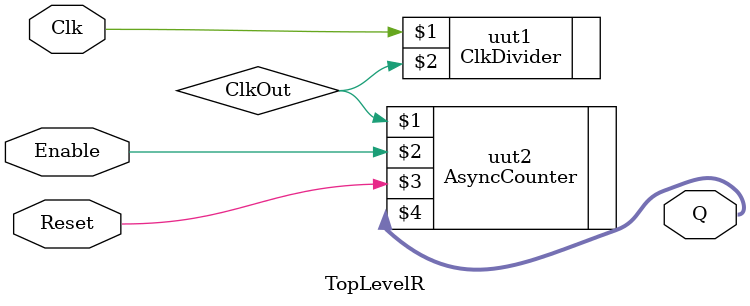
<source format=v>
`timescale 1ns / 1ps


module TopLevelR(
    input Reset,
    input Enable,
    input Clk,
    output [5:0] Q
    );
    wire ClkOut;
    ClkDivider uut1(Clk,ClkOut);
    AsyncCounter uut2(ClkOut,Enable,Reset,Q);
endmodule

</source>
